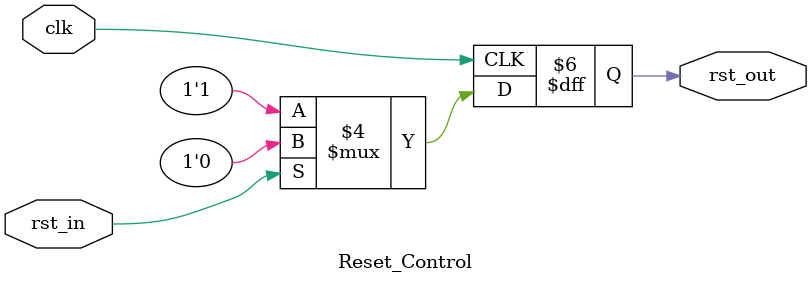
<source format=v>
module Reset_Control (clk, rst_in, rst_out);
  input clk;
  input rst_in;
  output reg rst_out;

always @ (posedge clk)
begin
  if (!rst_in)
    rst_out <= 1'b1;
  else 
    rst_out <= 1'b0;
end

endmodule



</source>
